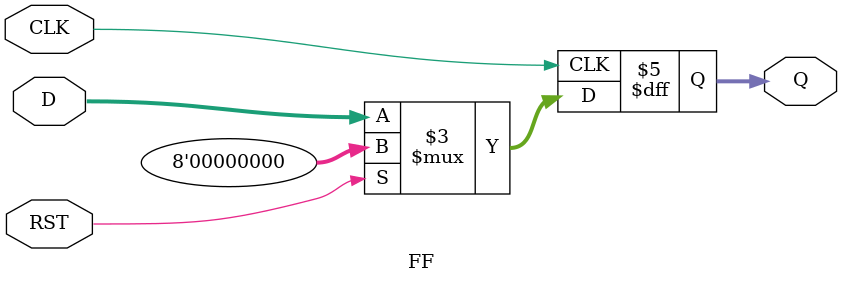
<source format=sv>
module FF #(parameter NBITS = 8)
	(input CLK, RST,
	 input [NBITS-1:0] D,
	 output logic [NBITS-1:0] Q);

always_ff @(posedge CLK)
	if(RST)
		Q <= {NBITS{1'b0}};
	else
		Q <= D;

endmodule

</source>
